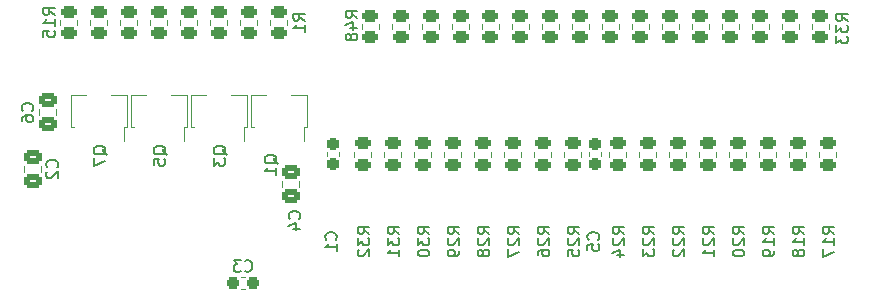
<source format=gbo>
%TF.GenerationSoftware,KiCad,Pcbnew,7.0.1-3b83917a11~172~ubuntu22.10.1*%
%TF.CreationDate,2023-10-02T08:25:50+02:00*%
%TF.ProjectId,hall_sensor_matrix_v2,68616c6c-5f73-4656-9e73-6f725f6d6174,revA*%
%TF.SameCoordinates,Original*%
%TF.FileFunction,Legend,Bot*%
%TF.FilePolarity,Positive*%
%FSLAX46Y46*%
G04 Gerber Fmt 4.6, Leading zero omitted, Abs format (unit mm)*
G04 Created by KiCad (PCBNEW 7.0.1-3b83917a11~172~ubuntu22.10.1) date 2023-10-02 08:25:50*
%MOMM*%
%LPD*%
G01*
G04 APERTURE LIST*
G04 Aperture macros list*
%AMRoundRect*
0 Rectangle with rounded corners*
0 $1 Rounding radius*
0 $2 $3 $4 $5 $6 $7 $8 $9 X,Y pos of 4 corners*
0 Add a 4 corners polygon primitive as box body*
4,1,4,$2,$3,$4,$5,$6,$7,$8,$9,$2,$3,0*
0 Add four circle primitives for the rounded corners*
1,1,$1+$1,$2,$3*
1,1,$1+$1,$4,$5*
1,1,$1+$1,$6,$7*
1,1,$1+$1,$8,$9*
0 Add four rect primitives between the rounded corners*
20,1,$1+$1,$2,$3,$4,$5,0*
20,1,$1+$1,$4,$5,$6,$7,0*
20,1,$1+$1,$6,$7,$8,$9,0*
20,1,$1+$1,$8,$9,$2,$3,0*%
%AMFreePoly0*
4,1,9,3.862500,-0.866500,0.737500,-0.866500,0.737500,-0.450000,-0.737500,-0.450000,-0.737500,0.450000,0.737500,0.450000,0.737500,0.866500,3.862500,0.866500,3.862500,-0.866500,3.862500,-0.866500,$1*%
G04 Aperture macros list end*
%ADD10C,0.150000*%
%ADD11C,0.120000*%
%ADD12C,3.200000*%
%ADD13R,1.600000X2.400000*%
%ADD14O,1.600000X2.400000*%
%ADD15R,1.700000X1.700000*%
%ADD16O,1.700000X1.700000*%
%ADD17RoundRect,0.237500X0.237500X-0.300000X0.237500X0.300000X-0.237500X0.300000X-0.237500X-0.300000X0*%
%ADD18RoundRect,0.250000X0.450000X-0.262500X0.450000X0.262500X-0.450000X0.262500X-0.450000X-0.262500X0*%
%ADD19RoundRect,0.250000X-0.450000X0.262500X-0.450000X-0.262500X0.450000X-0.262500X0.450000X0.262500X0*%
%ADD20RoundRect,0.250000X0.475000X-0.337500X0.475000X0.337500X-0.475000X0.337500X-0.475000X-0.337500X0*%
%ADD21R,0.900000X1.300000*%
%ADD22FreePoly0,90.000000*%
%ADD23RoundRect,0.237500X0.300000X0.237500X-0.300000X0.237500X-0.300000X-0.237500X0.300000X-0.237500X0*%
G04 APERTURE END LIST*
D10*
%TO.C,C1*%
X70630380Y-80164333D02*
X70678000Y-80116714D01*
X70678000Y-80116714D02*
X70725619Y-79973857D01*
X70725619Y-79973857D02*
X70725619Y-79878619D01*
X70725619Y-79878619D02*
X70678000Y-79735762D01*
X70678000Y-79735762D02*
X70582761Y-79640524D01*
X70582761Y-79640524D02*
X70487523Y-79592905D01*
X70487523Y-79592905D02*
X70297047Y-79545286D01*
X70297047Y-79545286D02*
X70154190Y-79545286D01*
X70154190Y-79545286D02*
X69963714Y-79592905D01*
X69963714Y-79592905D02*
X69868476Y-79640524D01*
X69868476Y-79640524D02*
X69773238Y-79735762D01*
X69773238Y-79735762D02*
X69725619Y-79878619D01*
X69725619Y-79878619D02*
X69725619Y-79973857D01*
X69725619Y-79973857D02*
X69773238Y-80116714D01*
X69773238Y-80116714D02*
X69820857Y-80164333D01*
X70725619Y-81116714D02*
X70725619Y-80545286D01*
X70725619Y-80831000D02*
X69725619Y-80831000D01*
X69725619Y-80831000D02*
X69868476Y-80735762D01*
X69868476Y-80735762D02*
X69963714Y-80640524D01*
X69963714Y-80640524D02*
X70011333Y-80545286D01*
%TO.C,R20*%
X105235619Y-79688142D02*
X104759428Y-79354809D01*
X105235619Y-79116714D02*
X104235619Y-79116714D01*
X104235619Y-79116714D02*
X104235619Y-79497666D01*
X104235619Y-79497666D02*
X104283238Y-79592904D01*
X104283238Y-79592904D02*
X104330857Y-79640523D01*
X104330857Y-79640523D02*
X104426095Y-79688142D01*
X104426095Y-79688142D02*
X104568952Y-79688142D01*
X104568952Y-79688142D02*
X104664190Y-79640523D01*
X104664190Y-79640523D02*
X104711809Y-79592904D01*
X104711809Y-79592904D02*
X104759428Y-79497666D01*
X104759428Y-79497666D02*
X104759428Y-79116714D01*
X104330857Y-80069095D02*
X104283238Y-80116714D01*
X104283238Y-80116714D02*
X104235619Y-80211952D01*
X104235619Y-80211952D02*
X104235619Y-80450047D01*
X104235619Y-80450047D02*
X104283238Y-80545285D01*
X104283238Y-80545285D02*
X104330857Y-80592904D01*
X104330857Y-80592904D02*
X104426095Y-80640523D01*
X104426095Y-80640523D02*
X104521333Y-80640523D01*
X104521333Y-80640523D02*
X104664190Y-80592904D01*
X104664190Y-80592904D02*
X105235619Y-80021476D01*
X105235619Y-80021476D02*
X105235619Y-80640523D01*
X104235619Y-81259571D02*
X104235619Y-81354809D01*
X104235619Y-81354809D02*
X104283238Y-81450047D01*
X104283238Y-81450047D02*
X104330857Y-81497666D01*
X104330857Y-81497666D02*
X104426095Y-81545285D01*
X104426095Y-81545285D02*
X104616571Y-81592904D01*
X104616571Y-81592904D02*
X104854666Y-81592904D01*
X104854666Y-81592904D02*
X105045142Y-81545285D01*
X105045142Y-81545285D02*
X105140380Y-81497666D01*
X105140380Y-81497666D02*
X105188000Y-81450047D01*
X105188000Y-81450047D02*
X105235619Y-81354809D01*
X105235619Y-81354809D02*
X105235619Y-81259571D01*
X105235619Y-81259571D02*
X105188000Y-81164333D01*
X105188000Y-81164333D02*
X105140380Y-81116714D01*
X105140380Y-81116714D02*
X105045142Y-81069095D01*
X105045142Y-81069095D02*
X104854666Y-81021476D01*
X104854666Y-81021476D02*
X104616571Y-81021476D01*
X104616571Y-81021476D02*
X104426095Y-81069095D01*
X104426095Y-81069095D02*
X104330857Y-81116714D01*
X104330857Y-81116714D02*
X104283238Y-81164333D01*
X104283238Y-81164333D02*
X104235619Y-81259571D01*
%TO.C,C2*%
X47032380Y-74039333D02*
X47080000Y-73991714D01*
X47080000Y-73991714D02*
X47127619Y-73848857D01*
X47127619Y-73848857D02*
X47127619Y-73753619D01*
X47127619Y-73753619D02*
X47080000Y-73610762D01*
X47080000Y-73610762D02*
X46984761Y-73515524D01*
X46984761Y-73515524D02*
X46889523Y-73467905D01*
X46889523Y-73467905D02*
X46699047Y-73420286D01*
X46699047Y-73420286D02*
X46556190Y-73420286D01*
X46556190Y-73420286D02*
X46365714Y-73467905D01*
X46365714Y-73467905D02*
X46270476Y-73515524D01*
X46270476Y-73515524D02*
X46175238Y-73610762D01*
X46175238Y-73610762D02*
X46127619Y-73753619D01*
X46127619Y-73753619D02*
X46127619Y-73848857D01*
X46127619Y-73848857D02*
X46175238Y-73991714D01*
X46175238Y-73991714D02*
X46222857Y-74039333D01*
X46222857Y-74420286D02*
X46175238Y-74467905D01*
X46175238Y-74467905D02*
X46127619Y-74563143D01*
X46127619Y-74563143D02*
X46127619Y-74801238D01*
X46127619Y-74801238D02*
X46175238Y-74896476D01*
X46175238Y-74896476D02*
X46222857Y-74944095D01*
X46222857Y-74944095D02*
X46318095Y-74991714D01*
X46318095Y-74991714D02*
X46413333Y-74991714D01*
X46413333Y-74991714D02*
X46556190Y-74944095D01*
X46556190Y-74944095D02*
X47127619Y-74372667D01*
X47127619Y-74372667D02*
X47127619Y-74991714D01*
%TO.C,R29*%
X81105619Y-79688142D02*
X80629428Y-79354809D01*
X81105619Y-79116714D02*
X80105619Y-79116714D01*
X80105619Y-79116714D02*
X80105619Y-79497666D01*
X80105619Y-79497666D02*
X80153238Y-79592904D01*
X80153238Y-79592904D02*
X80200857Y-79640523D01*
X80200857Y-79640523D02*
X80296095Y-79688142D01*
X80296095Y-79688142D02*
X80438952Y-79688142D01*
X80438952Y-79688142D02*
X80534190Y-79640523D01*
X80534190Y-79640523D02*
X80581809Y-79592904D01*
X80581809Y-79592904D02*
X80629428Y-79497666D01*
X80629428Y-79497666D02*
X80629428Y-79116714D01*
X80200857Y-80069095D02*
X80153238Y-80116714D01*
X80153238Y-80116714D02*
X80105619Y-80211952D01*
X80105619Y-80211952D02*
X80105619Y-80450047D01*
X80105619Y-80450047D02*
X80153238Y-80545285D01*
X80153238Y-80545285D02*
X80200857Y-80592904D01*
X80200857Y-80592904D02*
X80296095Y-80640523D01*
X80296095Y-80640523D02*
X80391333Y-80640523D01*
X80391333Y-80640523D02*
X80534190Y-80592904D01*
X80534190Y-80592904D02*
X81105619Y-80021476D01*
X81105619Y-80021476D02*
X81105619Y-80640523D01*
X81105619Y-81116714D02*
X81105619Y-81307190D01*
X81105619Y-81307190D02*
X81058000Y-81402428D01*
X81058000Y-81402428D02*
X81010380Y-81450047D01*
X81010380Y-81450047D02*
X80867523Y-81545285D01*
X80867523Y-81545285D02*
X80677047Y-81592904D01*
X80677047Y-81592904D02*
X80296095Y-81592904D01*
X80296095Y-81592904D02*
X80200857Y-81545285D01*
X80200857Y-81545285D02*
X80153238Y-81497666D01*
X80153238Y-81497666D02*
X80105619Y-81402428D01*
X80105619Y-81402428D02*
X80105619Y-81211952D01*
X80105619Y-81211952D02*
X80153238Y-81116714D01*
X80153238Y-81116714D02*
X80200857Y-81069095D01*
X80200857Y-81069095D02*
X80296095Y-81021476D01*
X80296095Y-81021476D02*
X80534190Y-81021476D01*
X80534190Y-81021476D02*
X80629428Y-81069095D01*
X80629428Y-81069095D02*
X80677047Y-81116714D01*
X80677047Y-81116714D02*
X80724666Y-81211952D01*
X80724666Y-81211952D02*
X80724666Y-81402428D01*
X80724666Y-81402428D02*
X80677047Y-81497666D01*
X80677047Y-81497666D02*
X80629428Y-81545285D01*
X80629428Y-81545285D02*
X80534190Y-81592904D01*
%TO.C,R48*%
X72469619Y-61400142D02*
X71993428Y-61066809D01*
X72469619Y-60828714D02*
X71469619Y-60828714D01*
X71469619Y-60828714D02*
X71469619Y-61209666D01*
X71469619Y-61209666D02*
X71517238Y-61304904D01*
X71517238Y-61304904D02*
X71564857Y-61352523D01*
X71564857Y-61352523D02*
X71660095Y-61400142D01*
X71660095Y-61400142D02*
X71802952Y-61400142D01*
X71802952Y-61400142D02*
X71898190Y-61352523D01*
X71898190Y-61352523D02*
X71945809Y-61304904D01*
X71945809Y-61304904D02*
X71993428Y-61209666D01*
X71993428Y-61209666D02*
X71993428Y-60828714D01*
X71802952Y-62257285D02*
X72469619Y-62257285D01*
X71422000Y-62019190D02*
X72136285Y-61781095D01*
X72136285Y-61781095D02*
X72136285Y-62400142D01*
X71898190Y-62923952D02*
X71850571Y-62828714D01*
X71850571Y-62828714D02*
X71802952Y-62781095D01*
X71802952Y-62781095D02*
X71707714Y-62733476D01*
X71707714Y-62733476D02*
X71660095Y-62733476D01*
X71660095Y-62733476D02*
X71564857Y-62781095D01*
X71564857Y-62781095D02*
X71517238Y-62828714D01*
X71517238Y-62828714D02*
X71469619Y-62923952D01*
X71469619Y-62923952D02*
X71469619Y-63114428D01*
X71469619Y-63114428D02*
X71517238Y-63209666D01*
X71517238Y-63209666D02*
X71564857Y-63257285D01*
X71564857Y-63257285D02*
X71660095Y-63304904D01*
X71660095Y-63304904D02*
X71707714Y-63304904D01*
X71707714Y-63304904D02*
X71802952Y-63257285D01*
X71802952Y-63257285D02*
X71850571Y-63209666D01*
X71850571Y-63209666D02*
X71898190Y-63114428D01*
X71898190Y-63114428D02*
X71898190Y-62923952D01*
X71898190Y-62923952D02*
X71945809Y-62828714D01*
X71945809Y-62828714D02*
X71993428Y-62781095D01*
X71993428Y-62781095D02*
X72088666Y-62733476D01*
X72088666Y-62733476D02*
X72279142Y-62733476D01*
X72279142Y-62733476D02*
X72374380Y-62781095D01*
X72374380Y-62781095D02*
X72422000Y-62828714D01*
X72422000Y-62828714D02*
X72469619Y-62923952D01*
X72469619Y-62923952D02*
X72469619Y-63114428D01*
X72469619Y-63114428D02*
X72422000Y-63209666D01*
X72422000Y-63209666D02*
X72374380Y-63257285D01*
X72374380Y-63257285D02*
X72279142Y-63304904D01*
X72279142Y-63304904D02*
X72088666Y-63304904D01*
X72088666Y-63304904D02*
X71993428Y-63257285D01*
X71993428Y-63257285D02*
X71945809Y-63209666D01*
X71945809Y-63209666D02*
X71898190Y-63114428D01*
%TO.C,R33*%
X113998619Y-61654142D02*
X113522428Y-61320809D01*
X113998619Y-61082714D02*
X112998619Y-61082714D01*
X112998619Y-61082714D02*
X112998619Y-61463666D01*
X112998619Y-61463666D02*
X113046238Y-61558904D01*
X113046238Y-61558904D02*
X113093857Y-61606523D01*
X113093857Y-61606523D02*
X113189095Y-61654142D01*
X113189095Y-61654142D02*
X113331952Y-61654142D01*
X113331952Y-61654142D02*
X113427190Y-61606523D01*
X113427190Y-61606523D02*
X113474809Y-61558904D01*
X113474809Y-61558904D02*
X113522428Y-61463666D01*
X113522428Y-61463666D02*
X113522428Y-61082714D01*
X112998619Y-61987476D02*
X112998619Y-62606523D01*
X112998619Y-62606523D02*
X113379571Y-62273190D01*
X113379571Y-62273190D02*
X113379571Y-62416047D01*
X113379571Y-62416047D02*
X113427190Y-62511285D01*
X113427190Y-62511285D02*
X113474809Y-62558904D01*
X113474809Y-62558904D02*
X113570047Y-62606523D01*
X113570047Y-62606523D02*
X113808142Y-62606523D01*
X113808142Y-62606523D02*
X113903380Y-62558904D01*
X113903380Y-62558904D02*
X113951000Y-62511285D01*
X113951000Y-62511285D02*
X113998619Y-62416047D01*
X113998619Y-62416047D02*
X113998619Y-62130333D01*
X113998619Y-62130333D02*
X113951000Y-62035095D01*
X113951000Y-62035095D02*
X113903380Y-61987476D01*
X112998619Y-62939857D02*
X112998619Y-63558904D01*
X112998619Y-63558904D02*
X113379571Y-63225571D01*
X113379571Y-63225571D02*
X113379571Y-63368428D01*
X113379571Y-63368428D02*
X113427190Y-63463666D01*
X113427190Y-63463666D02*
X113474809Y-63511285D01*
X113474809Y-63511285D02*
X113570047Y-63558904D01*
X113570047Y-63558904D02*
X113808142Y-63558904D01*
X113808142Y-63558904D02*
X113903380Y-63511285D01*
X113903380Y-63511285D02*
X113951000Y-63463666D01*
X113951000Y-63463666D02*
X113998619Y-63368428D01*
X113998619Y-63368428D02*
X113998619Y-63082714D01*
X113998619Y-63082714D02*
X113951000Y-62987476D01*
X113951000Y-62987476D02*
X113903380Y-62939857D01*
%TO.C,R18*%
X110315619Y-79688142D02*
X109839428Y-79354809D01*
X110315619Y-79116714D02*
X109315619Y-79116714D01*
X109315619Y-79116714D02*
X109315619Y-79497666D01*
X109315619Y-79497666D02*
X109363238Y-79592904D01*
X109363238Y-79592904D02*
X109410857Y-79640523D01*
X109410857Y-79640523D02*
X109506095Y-79688142D01*
X109506095Y-79688142D02*
X109648952Y-79688142D01*
X109648952Y-79688142D02*
X109744190Y-79640523D01*
X109744190Y-79640523D02*
X109791809Y-79592904D01*
X109791809Y-79592904D02*
X109839428Y-79497666D01*
X109839428Y-79497666D02*
X109839428Y-79116714D01*
X110315619Y-80640523D02*
X110315619Y-80069095D01*
X110315619Y-80354809D02*
X109315619Y-80354809D01*
X109315619Y-80354809D02*
X109458476Y-80259571D01*
X109458476Y-80259571D02*
X109553714Y-80164333D01*
X109553714Y-80164333D02*
X109601333Y-80069095D01*
X109744190Y-81211952D02*
X109696571Y-81116714D01*
X109696571Y-81116714D02*
X109648952Y-81069095D01*
X109648952Y-81069095D02*
X109553714Y-81021476D01*
X109553714Y-81021476D02*
X109506095Y-81021476D01*
X109506095Y-81021476D02*
X109410857Y-81069095D01*
X109410857Y-81069095D02*
X109363238Y-81116714D01*
X109363238Y-81116714D02*
X109315619Y-81211952D01*
X109315619Y-81211952D02*
X109315619Y-81402428D01*
X109315619Y-81402428D02*
X109363238Y-81497666D01*
X109363238Y-81497666D02*
X109410857Y-81545285D01*
X109410857Y-81545285D02*
X109506095Y-81592904D01*
X109506095Y-81592904D02*
X109553714Y-81592904D01*
X109553714Y-81592904D02*
X109648952Y-81545285D01*
X109648952Y-81545285D02*
X109696571Y-81497666D01*
X109696571Y-81497666D02*
X109744190Y-81402428D01*
X109744190Y-81402428D02*
X109744190Y-81211952D01*
X109744190Y-81211952D02*
X109791809Y-81116714D01*
X109791809Y-81116714D02*
X109839428Y-81069095D01*
X109839428Y-81069095D02*
X109934666Y-81021476D01*
X109934666Y-81021476D02*
X110125142Y-81021476D01*
X110125142Y-81021476D02*
X110220380Y-81069095D01*
X110220380Y-81069095D02*
X110268000Y-81116714D01*
X110268000Y-81116714D02*
X110315619Y-81211952D01*
X110315619Y-81211952D02*
X110315619Y-81402428D01*
X110315619Y-81402428D02*
X110268000Y-81497666D01*
X110268000Y-81497666D02*
X110220380Y-81545285D01*
X110220380Y-81545285D02*
X110125142Y-81592904D01*
X110125142Y-81592904D02*
X109934666Y-81592904D01*
X109934666Y-81592904D02*
X109839428Y-81545285D01*
X109839428Y-81545285D02*
X109791809Y-81497666D01*
X109791809Y-81497666D02*
X109744190Y-81402428D01*
%TO.C,R24*%
X95075619Y-79688142D02*
X94599428Y-79354809D01*
X95075619Y-79116714D02*
X94075619Y-79116714D01*
X94075619Y-79116714D02*
X94075619Y-79497666D01*
X94075619Y-79497666D02*
X94123238Y-79592904D01*
X94123238Y-79592904D02*
X94170857Y-79640523D01*
X94170857Y-79640523D02*
X94266095Y-79688142D01*
X94266095Y-79688142D02*
X94408952Y-79688142D01*
X94408952Y-79688142D02*
X94504190Y-79640523D01*
X94504190Y-79640523D02*
X94551809Y-79592904D01*
X94551809Y-79592904D02*
X94599428Y-79497666D01*
X94599428Y-79497666D02*
X94599428Y-79116714D01*
X94170857Y-80069095D02*
X94123238Y-80116714D01*
X94123238Y-80116714D02*
X94075619Y-80211952D01*
X94075619Y-80211952D02*
X94075619Y-80450047D01*
X94075619Y-80450047D02*
X94123238Y-80545285D01*
X94123238Y-80545285D02*
X94170857Y-80592904D01*
X94170857Y-80592904D02*
X94266095Y-80640523D01*
X94266095Y-80640523D02*
X94361333Y-80640523D01*
X94361333Y-80640523D02*
X94504190Y-80592904D01*
X94504190Y-80592904D02*
X95075619Y-80021476D01*
X95075619Y-80021476D02*
X95075619Y-80640523D01*
X94408952Y-81497666D02*
X95075619Y-81497666D01*
X94028000Y-81259571D02*
X94742285Y-81021476D01*
X94742285Y-81021476D02*
X94742285Y-81640523D01*
%TO.C,R22*%
X100155619Y-79688142D02*
X99679428Y-79354809D01*
X100155619Y-79116714D02*
X99155619Y-79116714D01*
X99155619Y-79116714D02*
X99155619Y-79497666D01*
X99155619Y-79497666D02*
X99203238Y-79592904D01*
X99203238Y-79592904D02*
X99250857Y-79640523D01*
X99250857Y-79640523D02*
X99346095Y-79688142D01*
X99346095Y-79688142D02*
X99488952Y-79688142D01*
X99488952Y-79688142D02*
X99584190Y-79640523D01*
X99584190Y-79640523D02*
X99631809Y-79592904D01*
X99631809Y-79592904D02*
X99679428Y-79497666D01*
X99679428Y-79497666D02*
X99679428Y-79116714D01*
X99250857Y-80069095D02*
X99203238Y-80116714D01*
X99203238Y-80116714D02*
X99155619Y-80211952D01*
X99155619Y-80211952D02*
X99155619Y-80450047D01*
X99155619Y-80450047D02*
X99203238Y-80545285D01*
X99203238Y-80545285D02*
X99250857Y-80592904D01*
X99250857Y-80592904D02*
X99346095Y-80640523D01*
X99346095Y-80640523D02*
X99441333Y-80640523D01*
X99441333Y-80640523D02*
X99584190Y-80592904D01*
X99584190Y-80592904D02*
X100155619Y-80021476D01*
X100155619Y-80021476D02*
X100155619Y-80640523D01*
X99250857Y-81021476D02*
X99203238Y-81069095D01*
X99203238Y-81069095D02*
X99155619Y-81164333D01*
X99155619Y-81164333D02*
X99155619Y-81402428D01*
X99155619Y-81402428D02*
X99203238Y-81497666D01*
X99203238Y-81497666D02*
X99250857Y-81545285D01*
X99250857Y-81545285D02*
X99346095Y-81592904D01*
X99346095Y-81592904D02*
X99441333Y-81592904D01*
X99441333Y-81592904D02*
X99584190Y-81545285D01*
X99584190Y-81545285D02*
X100155619Y-80973857D01*
X100155619Y-80973857D02*
X100155619Y-81592904D01*
%TO.C,C5*%
X92855380Y-80164333D02*
X92903000Y-80116714D01*
X92903000Y-80116714D02*
X92950619Y-79973857D01*
X92950619Y-79973857D02*
X92950619Y-79878619D01*
X92950619Y-79878619D02*
X92903000Y-79735762D01*
X92903000Y-79735762D02*
X92807761Y-79640524D01*
X92807761Y-79640524D02*
X92712523Y-79592905D01*
X92712523Y-79592905D02*
X92522047Y-79545286D01*
X92522047Y-79545286D02*
X92379190Y-79545286D01*
X92379190Y-79545286D02*
X92188714Y-79592905D01*
X92188714Y-79592905D02*
X92093476Y-79640524D01*
X92093476Y-79640524D02*
X91998238Y-79735762D01*
X91998238Y-79735762D02*
X91950619Y-79878619D01*
X91950619Y-79878619D02*
X91950619Y-79973857D01*
X91950619Y-79973857D02*
X91998238Y-80116714D01*
X91998238Y-80116714D02*
X92045857Y-80164333D01*
X91950619Y-81069095D02*
X91950619Y-80592905D01*
X91950619Y-80592905D02*
X92426809Y-80545286D01*
X92426809Y-80545286D02*
X92379190Y-80592905D01*
X92379190Y-80592905D02*
X92331571Y-80688143D01*
X92331571Y-80688143D02*
X92331571Y-80926238D01*
X92331571Y-80926238D02*
X92379190Y-81021476D01*
X92379190Y-81021476D02*
X92426809Y-81069095D01*
X92426809Y-81069095D02*
X92522047Y-81116714D01*
X92522047Y-81116714D02*
X92760142Y-81116714D01*
X92760142Y-81116714D02*
X92855380Y-81069095D01*
X92855380Y-81069095D02*
X92903000Y-81021476D01*
X92903000Y-81021476D02*
X92950619Y-80926238D01*
X92950619Y-80926238D02*
X92950619Y-80688143D01*
X92950619Y-80688143D02*
X92903000Y-80592905D01*
X92903000Y-80592905D02*
X92855380Y-80545286D01*
%TO.C,R25*%
X91265619Y-79688142D02*
X90789428Y-79354809D01*
X91265619Y-79116714D02*
X90265619Y-79116714D01*
X90265619Y-79116714D02*
X90265619Y-79497666D01*
X90265619Y-79497666D02*
X90313238Y-79592904D01*
X90313238Y-79592904D02*
X90360857Y-79640523D01*
X90360857Y-79640523D02*
X90456095Y-79688142D01*
X90456095Y-79688142D02*
X90598952Y-79688142D01*
X90598952Y-79688142D02*
X90694190Y-79640523D01*
X90694190Y-79640523D02*
X90741809Y-79592904D01*
X90741809Y-79592904D02*
X90789428Y-79497666D01*
X90789428Y-79497666D02*
X90789428Y-79116714D01*
X90360857Y-80069095D02*
X90313238Y-80116714D01*
X90313238Y-80116714D02*
X90265619Y-80211952D01*
X90265619Y-80211952D02*
X90265619Y-80450047D01*
X90265619Y-80450047D02*
X90313238Y-80545285D01*
X90313238Y-80545285D02*
X90360857Y-80592904D01*
X90360857Y-80592904D02*
X90456095Y-80640523D01*
X90456095Y-80640523D02*
X90551333Y-80640523D01*
X90551333Y-80640523D02*
X90694190Y-80592904D01*
X90694190Y-80592904D02*
X91265619Y-80021476D01*
X91265619Y-80021476D02*
X91265619Y-80640523D01*
X90265619Y-81545285D02*
X90265619Y-81069095D01*
X90265619Y-81069095D02*
X90741809Y-81021476D01*
X90741809Y-81021476D02*
X90694190Y-81069095D01*
X90694190Y-81069095D02*
X90646571Y-81164333D01*
X90646571Y-81164333D02*
X90646571Y-81402428D01*
X90646571Y-81402428D02*
X90694190Y-81497666D01*
X90694190Y-81497666D02*
X90741809Y-81545285D01*
X90741809Y-81545285D02*
X90837047Y-81592904D01*
X90837047Y-81592904D02*
X91075142Y-81592904D01*
X91075142Y-81592904D02*
X91170380Y-81545285D01*
X91170380Y-81545285D02*
X91218000Y-81497666D01*
X91218000Y-81497666D02*
X91265619Y-81402428D01*
X91265619Y-81402428D02*
X91265619Y-81164333D01*
X91265619Y-81164333D02*
X91218000Y-81069095D01*
X91218000Y-81069095D02*
X91170380Y-81021476D01*
%TO.C,R32*%
X73485619Y-79688142D02*
X73009428Y-79354809D01*
X73485619Y-79116714D02*
X72485619Y-79116714D01*
X72485619Y-79116714D02*
X72485619Y-79497666D01*
X72485619Y-79497666D02*
X72533238Y-79592904D01*
X72533238Y-79592904D02*
X72580857Y-79640523D01*
X72580857Y-79640523D02*
X72676095Y-79688142D01*
X72676095Y-79688142D02*
X72818952Y-79688142D01*
X72818952Y-79688142D02*
X72914190Y-79640523D01*
X72914190Y-79640523D02*
X72961809Y-79592904D01*
X72961809Y-79592904D02*
X73009428Y-79497666D01*
X73009428Y-79497666D02*
X73009428Y-79116714D01*
X72485619Y-80021476D02*
X72485619Y-80640523D01*
X72485619Y-80640523D02*
X72866571Y-80307190D01*
X72866571Y-80307190D02*
X72866571Y-80450047D01*
X72866571Y-80450047D02*
X72914190Y-80545285D01*
X72914190Y-80545285D02*
X72961809Y-80592904D01*
X72961809Y-80592904D02*
X73057047Y-80640523D01*
X73057047Y-80640523D02*
X73295142Y-80640523D01*
X73295142Y-80640523D02*
X73390380Y-80592904D01*
X73390380Y-80592904D02*
X73438000Y-80545285D01*
X73438000Y-80545285D02*
X73485619Y-80450047D01*
X73485619Y-80450047D02*
X73485619Y-80164333D01*
X73485619Y-80164333D02*
X73438000Y-80069095D01*
X73438000Y-80069095D02*
X73390380Y-80021476D01*
X72580857Y-81021476D02*
X72533238Y-81069095D01*
X72533238Y-81069095D02*
X72485619Y-81164333D01*
X72485619Y-81164333D02*
X72485619Y-81402428D01*
X72485619Y-81402428D02*
X72533238Y-81497666D01*
X72533238Y-81497666D02*
X72580857Y-81545285D01*
X72580857Y-81545285D02*
X72676095Y-81592904D01*
X72676095Y-81592904D02*
X72771333Y-81592904D01*
X72771333Y-81592904D02*
X72914190Y-81545285D01*
X72914190Y-81545285D02*
X73485619Y-80973857D01*
X73485619Y-80973857D02*
X73485619Y-81592904D01*
%TO.C,R23*%
X97615619Y-79688142D02*
X97139428Y-79354809D01*
X97615619Y-79116714D02*
X96615619Y-79116714D01*
X96615619Y-79116714D02*
X96615619Y-79497666D01*
X96615619Y-79497666D02*
X96663238Y-79592904D01*
X96663238Y-79592904D02*
X96710857Y-79640523D01*
X96710857Y-79640523D02*
X96806095Y-79688142D01*
X96806095Y-79688142D02*
X96948952Y-79688142D01*
X96948952Y-79688142D02*
X97044190Y-79640523D01*
X97044190Y-79640523D02*
X97091809Y-79592904D01*
X97091809Y-79592904D02*
X97139428Y-79497666D01*
X97139428Y-79497666D02*
X97139428Y-79116714D01*
X96710857Y-80069095D02*
X96663238Y-80116714D01*
X96663238Y-80116714D02*
X96615619Y-80211952D01*
X96615619Y-80211952D02*
X96615619Y-80450047D01*
X96615619Y-80450047D02*
X96663238Y-80545285D01*
X96663238Y-80545285D02*
X96710857Y-80592904D01*
X96710857Y-80592904D02*
X96806095Y-80640523D01*
X96806095Y-80640523D02*
X96901333Y-80640523D01*
X96901333Y-80640523D02*
X97044190Y-80592904D01*
X97044190Y-80592904D02*
X97615619Y-80021476D01*
X97615619Y-80021476D02*
X97615619Y-80640523D01*
X96615619Y-80973857D02*
X96615619Y-81592904D01*
X96615619Y-81592904D02*
X96996571Y-81259571D01*
X96996571Y-81259571D02*
X96996571Y-81402428D01*
X96996571Y-81402428D02*
X97044190Y-81497666D01*
X97044190Y-81497666D02*
X97091809Y-81545285D01*
X97091809Y-81545285D02*
X97187047Y-81592904D01*
X97187047Y-81592904D02*
X97425142Y-81592904D01*
X97425142Y-81592904D02*
X97520380Y-81545285D01*
X97520380Y-81545285D02*
X97568000Y-81497666D01*
X97568000Y-81497666D02*
X97615619Y-81402428D01*
X97615619Y-81402428D02*
X97615619Y-81116714D01*
X97615619Y-81116714D02*
X97568000Y-81021476D01*
X97568000Y-81021476D02*
X97520380Y-80973857D01*
%TO.C,Q1*%
X65706857Y-73758761D02*
X65659238Y-73663523D01*
X65659238Y-73663523D02*
X65564000Y-73568285D01*
X65564000Y-73568285D02*
X65421142Y-73425428D01*
X65421142Y-73425428D02*
X65373523Y-73330190D01*
X65373523Y-73330190D02*
X65373523Y-73234952D01*
X65611619Y-73282571D02*
X65564000Y-73187333D01*
X65564000Y-73187333D02*
X65468761Y-73092095D01*
X65468761Y-73092095D02*
X65278285Y-73044476D01*
X65278285Y-73044476D02*
X64944952Y-73044476D01*
X64944952Y-73044476D02*
X64754476Y-73092095D01*
X64754476Y-73092095D02*
X64659238Y-73187333D01*
X64659238Y-73187333D02*
X64611619Y-73282571D01*
X64611619Y-73282571D02*
X64611619Y-73473047D01*
X64611619Y-73473047D02*
X64659238Y-73568285D01*
X64659238Y-73568285D02*
X64754476Y-73663523D01*
X64754476Y-73663523D02*
X64944952Y-73711142D01*
X64944952Y-73711142D02*
X65278285Y-73711142D01*
X65278285Y-73711142D02*
X65468761Y-73663523D01*
X65468761Y-73663523D02*
X65564000Y-73568285D01*
X65564000Y-73568285D02*
X65611619Y-73473047D01*
X65611619Y-73473047D02*
X65611619Y-73282571D01*
X65611619Y-74663523D02*
X65611619Y-74092095D01*
X65611619Y-74377809D02*
X64611619Y-74377809D01*
X64611619Y-74377809D02*
X64754476Y-74282571D01*
X64754476Y-74282571D02*
X64849714Y-74187333D01*
X64849714Y-74187333D02*
X64897333Y-74092095D01*
%TO.C,R19*%
X107775619Y-79688142D02*
X107299428Y-79354809D01*
X107775619Y-79116714D02*
X106775619Y-79116714D01*
X106775619Y-79116714D02*
X106775619Y-79497666D01*
X106775619Y-79497666D02*
X106823238Y-79592904D01*
X106823238Y-79592904D02*
X106870857Y-79640523D01*
X106870857Y-79640523D02*
X106966095Y-79688142D01*
X106966095Y-79688142D02*
X107108952Y-79688142D01*
X107108952Y-79688142D02*
X107204190Y-79640523D01*
X107204190Y-79640523D02*
X107251809Y-79592904D01*
X107251809Y-79592904D02*
X107299428Y-79497666D01*
X107299428Y-79497666D02*
X107299428Y-79116714D01*
X107775619Y-80640523D02*
X107775619Y-80069095D01*
X107775619Y-80354809D02*
X106775619Y-80354809D01*
X106775619Y-80354809D02*
X106918476Y-80259571D01*
X106918476Y-80259571D02*
X107013714Y-80164333D01*
X107013714Y-80164333D02*
X107061333Y-80069095D01*
X107775619Y-81116714D02*
X107775619Y-81307190D01*
X107775619Y-81307190D02*
X107728000Y-81402428D01*
X107728000Y-81402428D02*
X107680380Y-81450047D01*
X107680380Y-81450047D02*
X107537523Y-81545285D01*
X107537523Y-81545285D02*
X107347047Y-81592904D01*
X107347047Y-81592904D02*
X106966095Y-81592904D01*
X106966095Y-81592904D02*
X106870857Y-81545285D01*
X106870857Y-81545285D02*
X106823238Y-81497666D01*
X106823238Y-81497666D02*
X106775619Y-81402428D01*
X106775619Y-81402428D02*
X106775619Y-81211952D01*
X106775619Y-81211952D02*
X106823238Y-81116714D01*
X106823238Y-81116714D02*
X106870857Y-81069095D01*
X106870857Y-81069095D02*
X106966095Y-81021476D01*
X106966095Y-81021476D02*
X107204190Y-81021476D01*
X107204190Y-81021476D02*
X107299428Y-81069095D01*
X107299428Y-81069095D02*
X107347047Y-81116714D01*
X107347047Y-81116714D02*
X107394666Y-81211952D01*
X107394666Y-81211952D02*
X107394666Y-81402428D01*
X107394666Y-81402428D02*
X107347047Y-81497666D01*
X107347047Y-81497666D02*
X107299428Y-81545285D01*
X107299428Y-81545285D02*
X107204190Y-81592904D01*
%TO.C,Q3*%
X61388857Y-72996761D02*
X61341238Y-72901523D01*
X61341238Y-72901523D02*
X61246000Y-72806285D01*
X61246000Y-72806285D02*
X61103142Y-72663428D01*
X61103142Y-72663428D02*
X61055523Y-72568190D01*
X61055523Y-72568190D02*
X61055523Y-72472952D01*
X61293619Y-72520571D02*
X61246000Y-72425333D01*
X61246000Y-72425333D02*
X61150761Y-72330095D01*
X61150761Y-72330095D02*
X60960285Y-72282476D01*
X60960285Y-72282476D02*
X60626952Y-72282476D01*
X60626952Y-72282476D02*
X60436476Y-72330095D01*
X60436476Y-72330095D02*
X60341238Y-72425333D01*
X60341238Y-72425333D02*
X60293619Y-72520571D01*
X60293619Y-72520571D02*
X60293619Y-72711047D01*
X60293619Y-72711047D02*
X60341238Y-72806285D01*
X60341238Y-72806285D02*
X60436476Y-72901523D01*
X60436476Y-72901523D02*
X60626952Y-72949142D01*
X60626952Y-72949142D02*
X60960285Y-72949142D01*
X60960285Y-72949142D02*
X61150761Y-72901523D01*
X61150761Y-72901523D02*
X61246000Y-72806285D01*
X61246000Y-72806285D02*
X61293619Y-72711047D01*
X61293619Y-72711047D02*
X61293619Y-72520571D01*
X60293619Y-73282476D02*
X60293619Y-73901523D01*
X60293619Y-73901523D02*
X60674571Y-73568190D01*
X60674571Y-73568190D02*
X60674571Y-73711047D01*
X60674571Y-73711047D02*
X60722190Y-73806285D01*
X60722190Y-73806285D02*
X60769809Y-73853904D01*
X60769809Y-73853904D02*
X60865047Y-73901523D01*
X60865047Y-73901523D02*
X61103142Y-73901523D01*
X61103142Y-73901523D02*
X61198380Y-73853904D01*
X61198380Y-73853904D02*
X61246000Y-73806285D01*
X61246000Y-73806285D02*
X61293619Y-73711047D01*
X61293619Y-73711047D02*
X61293619Y-73425333D01*
X61293619Y-73425333D02*
X61246000Y-73330095D01*
X61246000Y-73330095D02*
X61198380Y-73282476D01*
%TO.C,R27*%
X86185619Y-79688142D02*
X85709428Y-79354809D01*
X86185619Y-79116714D02*
X85185619Y-79116714D01*
X85185619Y-79116714D02*
X85185619Y-79497666D01*
X85185619Y-79497666D02*
X85233238Y-79592904D01*
X85233238Y-79592904D02*
X85280857Y-79640523D01*
X85280857Y-79640523D02*
X85376095Y-79688142D01*
X85376095Y-79688142D02*
X85518952Y-79688142D01*
X85518952Y-79688142D02*
X85614190Y-79640523D01*
X85614190Y-79640523D02*
X85661809Y-79592904D01*
X85661809Y-79592904D02*
X85709428Y-79497666D01*
X85709428Y-79497666D02*
X85709428Y-79116714D01*
X85280857Y-80069095D02*
X85233238Y-80116714D01*
X85233238Y-80116714D02*
X85185619Y-80211952D01*
X85185619Y-80211952D02*
X85185619Y-80450047D01*
X85185619Y-80450047D02*
X85233238Y-80545285D01*
X85233238Y-80545285D02*
X85280857Y-80592904D01*
X85280857Y-80592904D02*
X85376095Y-80640523D01*
X85376095Y-80640523D02*
X85471333Y-80640523D01*
X85471333Y-80640523D02*
X85614190Y-80592904D01*
X85614190Y-80592904D02*
X86185619Y-80021476D01*
X86185619Y-80021476D02*
X86185619Y-80640523D01*
X85185619Y-80973857D02*
X85185619Y-81640523D01*
X85185619Y-81640523D02*
X86185619Y-81211952D01*
%TO.C,R31*%
X76025619Y-79688142D02*
X75549428Y-79354809D01*
X76025619Y-79116714D02*
X75025619Y-79116714D01*
X75025619Y-79116714D02*
X75025619Y-79497666D01*
X75025619Y-79497666D02*
X75073238Y-79592904D01*
X75073238Y-79592904D02*
X75120857Y-79640523D01*
X75120857Y-79640523D02*
X75216095Y-79688142D01*
X75216095Y-79688142D02*
X75358952Y-79688142D01*
X75358952Y-79688142D02*
X75454190Y-79640523D01*
X75454190Y-79640523D02*
X75501809Y-79592904D01*
X75501809Y-79592904D02*
X75549428Y-79497666D01*
X75549428Y-79497666D02*
X75549428Y-79116714D01*
X75025619Y-80021476D02*
X75025619Y-80640523D01*
X75025619Y-80640523D02*
X75406571Y-80307190D01*
X75406571Y-80307190D02*
X75406571Y-80450047D01*
X75406571Y-80450047D02*
X75454190Y-80545285D01*
X75454190Y-80545285D02*
X75501809Y-80592904D01*
X75501809Y-80592904D02*
X75597047Y-80640523D01*
X75597047Y-80640523D02*
X75835142Y-80640523D01*
X75835142Y-80640523D02*
X75930380Y-80592904D01*
X75930380Y-80592904D02*
X75978000Y-80545285D01*
X75978000Y-80545285D02*
X76025619Y-80450047D01*
X76025619Y-80450047D02*
X76025619Y-80164333D01*
X76025619Y-80164333D02*
X75978000Y-80069095D01*
X75978000Y-80069095D02*
X75930380Y-80021476D01*
X76025619Y-81592904D02*
X76025619Y-81021476D01*
X76025619Y-81307190D02*
X75025619Y-81307190D01*
X75025619Y-81307190D02*
X75168476Y-81211952D01*
X75168476Y-81211952D02*
X75263714Y-81116714D01*
X75263714Y-81116714D02*
X75311333Y-81021476D01*
%TO.C,C4*%
X67548380Y-78386333D02*
X67596000Y-78338714D01*
X67596000Y-78338714D02*
X67643619Y-78195857D01*
X67643619Y-78195857D02*
X67643619Y-78100619D01*
X67643619Y-78100619D02*
X67596000Y-77957762D01*
X67596000Y-77957762D02*
X67500761Y-77862524D01*
X67500761Y-77862524D02*
X67405523Y-77814905D01*
X67405523Y-77814905D02*
X67215047Y-77767286D01*
X67215047Y-77767286D02*
X67072190Y-77767286D01*
X67072190Y-77767286D02*
X66881714Y-77814905D01*
X66881714Y-77814905D02*
X66786476Y-77862524D01*
X66786476Y-77862524D02*
X66691238Y-77957762D01*
X66691238Y-77957762D02*
X66643619Y-78100619D01*
X66643619Y-78100619D02*
X66643619Y-78195857D01*
X66643619Y-78195857D02*
X66691238Y-78338714D01*
X66691238Y-78338714D02*
X66738857Y-78386333D01*
X66976952Y-79243476D02*
X67643619Y-79243476D01*
X66596000Y-79005381D02*
X67310285Y-78767286D01*
X67310285Y-78767286D02*
X67310285Y-79386333D01*
%TO.C,R17*%
X112855619Y-79688142D02*
X112379428Y-79354809D01*
X112855619Y-79116714D02*
X111855619Y-79116714D01*
X111855619Y-79116714D02*
X111855619Y-79497666D01*
X111855619Y-79497666D02*
X111903238Y-79592904D01*
X111903238Y-79592904D02*
X111950857Y-79640523D01*
X111950857Y-79640523D02*
X112046095Y-79688142D01*
X112046095Y-79688142D02*
X112188952Y-79688142D01*
X112188952Y-79688142D02*
X112284190Y-79640523D01*
X112284190Y-79640523D02*
X112331809Y-79592904D01*
X112331809Y-79592904D02*
X112379428Y-79497666D01*
X112379428Y-79497666D02*
X112379428Y-79116714D01*
X112855619Y-80640523D02*
X112855619Y-80069095D01*
X112855619Y-80354809D02*
X111855619Y-80354809D01*
X111855619Y-80354809D02*
X111998476Y-80259571D01*
X111998476Y-80259571D02*
X112093714Y-80164333D01*
X112093714Y-80164333D02*
X112141333Y-80069095D01*
X111855619Y-80973857D02*
X111855619Y-81640523D01*
X111855619Y-81640523D02*
X112855619Y-81211952D01*
%TO.C,R1*%
X68024619Y-61622333D02*
X67548428Y-61289000D01*
X68024619Y-61050905D02*
X67024619Y-61050905D01*
X67024619Y-61050905D02*
X67024619Y-61431857D01*
X67024619Y-61431857D02*
X67072238Y-61527095D01*
X67072238Y-61527095D02*
X67119857Y-61574714D01*
X67119857Y-61574714D02*
X67215095Y-61622333D01*
X67215095Y-61622333D02*
X67357952Y-61622333D01*
X67357952Y-61622333D02*
X67453190Y-61574714D01*
X67453190Y-61574714D02*
X67500809Y-61527095D01*
X67500809Y-61527095D02*
X67548428Y-61431857D01*
X67548428Y-61431857D02*
X67548428Y-61050905D01*
X68024619Y-62574714D02*
X68024619Y-62003286D01*
X68024619Y-62289000D02*
X67024619Y-62289000D01*
X67024619Y-62289000D02*
X67167476Y-62193762D01*
X67167476Y-62193762D02*
X67262714Y-62098524D01*
X67262714Y-62098524D02*
X67310333Y-62003286D01*
%TO.C,Q7*%
X51228857Y-72996761D02*
X51181238Y-72901523D01*
X51181238Y-72901523D02*
X51086000Y-72806285D01*
X51086000Y-72806285D02*
X50943142Y-72663428D01*
X50943142Y-72663428D02*
X50895523Y-72568190D01*
X50895523Y-72568190D02*
X50895523Y-72472952D01*
X51133619Y-72520571D02*
X51086000Y-72425333D01*
X51086000Y-72425333D02*
X50990761Y-72330095D01*
X50990761Y-72330095D02*
X50800285Y-72282476D01*
X50800285Y-72282476D02*
X50466952Y-72282476D01*
X50466952Y-72282476D02*
X50276476Y-72330095D01*
X50276476Y-72330095D02*
X50181238Y-72425333D01*
X50181238Y-72425333D02*
X50133619Y-72520571D01*
X50133619Y-72520571D02*
X50133619Y-72711047D01*
X50133619Y-72711047D02*
X50181238Y-72806285D01*
X50181238Y-72806285D02*
X50276476Y-72901523D01*
X50276476Y-72901523D02*
X50466952Y-72949142D01*
X50466952Y-72949142D02*
X50800285Y-72949142D01*
X50800285Y-72949142D02*
X50990761Y-72901523D01*
X50990761Y-72901523D02*
X51086000Y-72806285D01*
X51086000Y-72806285D02*
X51133619Y-72711047D01*
X51133619Y-72711047D02*
X51133619Y-72520571D01*
X50133619Y-73282476D02*
X50133619Y-73949142D01*
X50133619Y-73949142D02*
X51133619Y-73520571D01*
%TO.C,R30*%
X78565619Y-79688142D02*
X78089428Y-79354809D01*
X78565619Y-79116714D02*
X77565619Y-79116714D01*
X77565619Y-79116714D02*
X77565619Y-79497666D01*
X77565619Y-79497666D02*
X77613238Y-79592904D01*
X77613238Y-79592904D02*
X77660857Y-79640523D01*
X77660857Y-79640523D02*
X77756095Y-79688142D01*
X77756095Y-79688142D02*
X77898952Y-79688142D01*
X77898952Y-79688142D02*
X77994190Y-79640523D01*
X77994190Y-79640523D02*
X78041809Y-79592904D01*
X78041809Y-79592904D02*
X78089428Y-79497666D01*
X78089428Y-79497666D02*
X78089428Y-79116714D01*
X77565619Y-80021476D02*
X77565619Y-80640523D01*
X77565619Y-80640523D02*
X77946571Y-80307190D01*
X77946571Y-80307190D02*
X77946571Y-80450047D01*
X77946571Y-80450047D02*
X77994190Y-80545285D01*
X77994190Y-80545285D02*
X78041809Y-80592904D01*
X78041809Y-80592904D02*
X78137047Y-80640523D01*
X78137047Y-80640523D02*
X78375142Y-80640523D01*
X78375142Y-80640523D02*
X78470380Y-80592904D01*
X78470380Y-80592904D02*
X78518000Y-80545285D01*
X78518000Y-80545285D02*
X78565619Y-80450047D01*
X78565619Y-80450047D02*
X78565619Y-80164333D01*
X78565619Y-80164333D02*
X78518000Y-80069095D01*
X78518000Y-80069095D02*
X78470380Y-80021476D01*
X77565619Y-81259571D02*
X77565619Y-81354809D01*
X77565619Y-81354809D02*
X77613238Y-81450047D01*
X77613238Y-81450047D02*
X77660857Y-81497666D01*
X77660857Y-81497666D02*
X77756095Y-81545285D01*
X77756095Y-81545285D02*
X77946571Y-81592904D01*
X77946571Y-81592904D02*
X78184666Y-81592904D01*
X78184666Y-81592904D02*
X78375142Y-81545285D01*
X78375142Y-81545285D02*
X78470380Y-81497666D01*
X78470380Y-81497666D02*
X78518000Y-81450047D01*
X78518000Y-81450047D02*
X78565619Y-81354809D01*
X78565619Y-81354809D02*
X78565619Y-81259571D01*
X78565619Y-81259571D02*
X78518000Y-81164333D01*
X78518000Y-81164333D02*
X78470380Y-81116714D01*
X78470380Y-81116714D02*
X78375142Y-81069095D01*
X78375142Y-81069095D02*
X78184666Y-81021476D01*
X78184666Y-81021476D02*
X77946571Y-81021476D01*
X77946571Y-81021476D02*
X77756095Y-81069095D01*
X77756095Y-81069095D02*
X77660857Y-81116714D01*
X77660857Y-81116714D02*
X77613238Y-81164333D01*
X77613238Y-81164333D02*
X77565619Y-81259571D01*
%TO.C,R26*%
X88725619Y-79688142D02*
X88249428Y-79354809D01*
X88725619Y-79116714D02*
X87725619Y-79116714D01*
X87725619Y-79116714D02*
X87725619Y-79497666D01*
X87725619Y-79497666D02*
X87773238Y-79592904D01*
X87773238Y-79592904D02*
X87820857Y-79640523D01*
X87820857Y-79640523D02*
X87916095Y-79688142D01*
X87916095Y-79688142D02*
X88058952Y-79688142D01*
X88058952Y-79688142D02*
X88154190Y-79640523D01*
X88154190Y-79640523D02*
X88201809Y-79592904D01*
X88201809Y-79592904D02*
X88249428Y-79497666D01*
X88249428Y-79497666D02*
X88249428Y-79116714D01*
X87820857Y-80069095D02*
X87773238Y-80116714D01*
X87773238Y-80116714D02*
X87725619Y-80211952D01*
X87725619Y-80211952D02*
X87725619Y-80450047D01*
X87725619Y-80450047D02*
X87773238Y-80545285D01*
X87773238Y-80545285D02*
X87820857Y-80592904D01*
X87820857Y-80592904D02*
X87916095Y-80640523D01*
X87916095Y-80640523D02*
X88011333Y-80640523D01*
X88011333Y-80640523D02*
X88154190Y-80592904D01*
X88154190Y-80592904D02*
X88725619Y-80021476D01*
X88725619Y-80021476D02*
X88725619Y-80640523D01*
X87725619Y-81497666D02*
X87725619Y-81307190D01*
X87725619Y-81307190D02*
X87773238Y-81211952D01*
X87773238Y-81211952D02*
X87820857Y-81164333D01*
X87820857Y-81164333D02*
X87963714Y-81069095D01*
X87963714Y-81069095D02*
X88154190Y-81021476D01*
X88154190Y-81021476D02*
X88535142Y-81021476D01*
X88535142Y-81021476D02*
X88630380Y-81069095D01*
X88630380Y-81069095D02*
X88678000Y-81116714D01*
X88678000Y-81116714D02*
X88725619Y-81211952D01*
X88725619Y-81211952D02*
X88725619Y-81402428D01*
X88725619Y-81402428D02*
X88678000Y-81497666D01*
X88678000Y-81497666D02*
X88630380Y-81545285D01*
X88630380Y-81545285D02*
X88535142Y-81592904D01*
X88535142Y-81592904D02*
X88297047Y-81592904D01*
X88297047Y-81592904D02*
X88201809Y-81545285D01*
X88201809Y-81545285D02*
X88154190Y-81497666D01*
X88154190Y-81497666D02*
X88106571Y-81402428D01*
X88106571Y-81402428D02*
X88106571Y-81211952D01*
X88106571Y-81211952D02*
X88154190Y-81116714D01*
X88154190Y-81116714D02*
X88201809Y-81069095D01*
X88201809Y-81069095D02*
X88297047Y-81021476D01*
%TO.C,C6*%
X44942380Y-69242333D02*
X44990000Y-69194714D01*
X44990000Y-69194714D02*
X45037619Y-69051857D01*
X45037619Y-69051857D02*
X45037619Y-68956619D01*
X45037619Y-68956619D02*
X44990000Y-68813762D01*
X44990000Y-68813762D02*
X44894761Y-68718524D01*
X44894761Y-68718524D02*
X44799523Y-68670905D01*
X44799523Y-68670905D02*
X44609047Y-68623286D01*
X44609047Y-68623286D02*
X44466190Y-68623286D01*
X44466190Y-68623286D02*
X44275714Y-68670905D01*
X44275714Y-68670905D02*
X44180476Y-68718524D01*
X44180476Y-68718524D02*
X44085238Y-68813762D01*
X44085238Y-68813762D02*
X44037619Y-68956619D01*
X44037619Y-68956619D02*
X44037619Y-69051857D01*
X44037619Y-69051857D02*
X44085238Y-69194714D01*
X44085238Y-69194714D02*
X44132857Y-69242333D01*
X44037619Y-70099476D02*
X44037619Y-69909000D01*
X44037619Y-69909000D02*
X44085238Y-69813762D01*
X44085238Y-69813762D02*
X44132857Y-69766143D01*
X44132857Y-69766143D02*
X44275714Y-69670905D01*
X44275714Y-69670905D02*
X44466190Y-69623286D01*
X44466190Y-69623286D02*
X44847142Y-69623286D01*
X44847142Y-69623286D02*
X44942380Y-69670905D01*
X44942380Y-69670905D02*
X44990000Y-69718524D01*
X44990000Y-69718524D02*
X45037619Y-69813762D01*
X45037619Y-69813762D02*
X45037619Y-70004238D01*
X45037619Y-70004238D02*
X44990000Y-70099476D01*
X44990000Y-70099476D02*
X44942380Y-70147095D01*
X44942380Y-70147095D02*
X44847142Y-70194714D01*
X44847142Y-70194714D02*
X44609047Y-70194714D01*
X44609047Y-70194714D02*
X44513809Y-70147095D01*
X44513809Y-70147095D02*
X44466190Y-70099476D01*
X44466190Y-70099476D02*
X44418571Y-70004238D01*
X44418571Y-70004238D02*
X44418571Y-69813762D01*
X44418571Y-69813762D02*
X44466190Y-69718524D01*
X44466190Y-69718524D02*
X44513809Y-69670905D01*
X44513809Y-69670905D02*
X44609047Y-69623286D01*
%TO.C,Q5*%
X56308857Y-72996761D02*
X56261238Y-72901523D01*
X56261238Y-72901523D02*
X56166000Y-72806285D01*
X56166000Y-72806285D02*
X56023142Y-72663428D01*
X56023142Y-72663428D02*
X55975523Y-72568190D01*
X55975523Y-72568190D02*
X55975523Y-72472952D01*
X56213619Y-72520571D02*
X56166000Y-72425333D01*
X56166000Y-72425333D02*
X56070761Y-72330095D01*
X56070761Y-72330095D02*
X55880285Y-72282476D01*
X55880285Y-72282476D02*
X55546952Y-72282476D01*
X55546952Y-72282476D02*
X55356476Y-72330095D01*
X55356476Y-72330095D02*
X55261238Y-72425333D01*
X55261238Y-72425333D02*
X55213619Y-72520571D01*
X55213619Y-72520571D02*
X55213619Y-72711047D01*
X55213619Y-72711047D02*
X55261238Y-72806285D01*
X55261238Y-72806285D02*
X55356476Y-72901523D01*
X55356476Y-72901523D02*
X55546952Y-72949142D01*
X55546952Y-72949142D02*
X55880285Y-72949142D01*
X55880285Y-72949142D02*
X56070761Y-72901523D01*
X56070761Y-72901523D02*
X56166000Y-72806285D01*
X56166000Y-72806285D02*
X56213619Y-72711047D01*
X56213619Y-72711047D02*
X56213619Y-72520571D01*
X55213619Y-73853904D02*
X55213619Y-73377714D01*
X55213619Y-73377714D02*
X55689809Y-73330095D01*
X55689809Y-73330095D02*
X55642190Y-73377714D01*
X55642190Y-73377714D02*
X55594571Y-73472952D01*
X55594571Y-73472952D02*
X55594571Y-73711047D01*
X55594571Y-73711047D02*
X55642190Y-73806285D01*
X55642190Y-73806285D02*
X55689809Y-73853904D01*
X55689809Y-73853904D02*
X55785047Y-73901523D01*
X55785047Y-73901523D02*
X56023142Y-73901523D01*
X56023142Y-73901523D02*
X56118380Y-73853904D01*
X56118380Y-73853904D02*
X56166000Y-73806285D01*
X56166000Y-73806285D02*
X56213619Y-73711047D01*
X56213619Y-73711047D02*
X56213619Y-73472952D01*
X56213619Y-73472952D02*
X56166000Y-73377714D01*
X56166000Y-73377714D02*
X56118380Y-73330095D01*
%TO.C,C3*%
X62931666Y-82795380D02*
X62979285Y-82843000D01*
X62979285Y-82843000D02*
X63122142Y-82890619D01*
X63122142Y-82890619D02*
X63217380Y-82890619D01*
X63217380Y-82890619D02*
X63360237Y-82843000D01*
X63360237Y-82843000D02*
X63455475Y-82747761D01*
X63455475Y-82747761D02*
X63503094Y-82652523D01*
X63503094Y-82652523D02*
X63550713Y-82462047D01*
X63550713Y-82462047D02*
X63550713Y-82319190D01*
X63550713Y-82319190D02*
X63503094Y-82128714D01*
X63503094Y-82128714D02*
X63455475Y-82033476D01*
X63455475Y-82033476D02*
X63360237Y-81938238D01*
X63360237Y-81938238D02*
X63217380Y-81890619D01*
X63217380Y-81890619D02*
X63122142Y-81890619D01*
X63122142Y-81890619D02*
X62979285Y-81938238D01*
X62979285Y-81938238D02*
X62931666Y-81985857D01*
X62598332Y-81890619D02*
X61979285Y-81890619D01*
X61979285Y-81890619D02*
X62312618Y-82271571D01*
X62312618Y-82271571D02*
X62169761Y-82271571D01*
X62169761Y-82271571D02*
X62074523Y-82319190D01*
X62074523Y-82319190D02*
X62026904Y-82366809D01*
X62026904Y-82366809D02*
X61979285Y-82462047D01*
X61979285Y-82462047D02*
X61979285Y-82700142D01*
X61979285Y-82700142D02*
X62026904Y-82795380D01*
X62026904Y-82795380D02*
X62074523Y-82843000D01*
X62074523Y-82843000D02*
X62169761Y-82890619D01*
X62169761Y-82890619D02*
X62455475Y-82890619D01*
X62455475Y-82890619D02*
X62550713Y-82843000D01*
X62550713Y-82843000D02*
X62598332Y-82795380D01*
%TO.C,R21*%
X102695619Y-79688142D02*
X102219428Y-79354809D01*
X102695619Y-79116714D02*
X101695619Y-79116714D01*
X101695619Y-79116714D02*
X101695619Y-79497666D01*
X101695619Y-79497666D02*
X101743238Y-79592904D01*
X101743238Y-79592904D02*
X101790857Y-79640523D01*
X101790857Y-79640523D02*
X101886095Y-79688142D01*
X101886095Y-79688142D02*
X102028952Y-79688142D01*
X102028952Y-79688142D02*
X102124190Y-79640523D01*
X102124190Y-79640523D02*
X102171809Y-79592904D01*
X102171809Y-79592904D02*
X102219428Y-79497666D01*
X102219428Y-79497666D02*
X102219428Y-79116714D01*
X101790857Y-80069095D02*
X101743238Y-80116714D01*
X101743238Y-80116714D02*
X101695619Y-80211952D01*
X101695619Y-80211952D02*
X101695619Y-80450047D01*
X101695619Y-80450047D02*
X101743238Y-80545285D01*
X101743238Y-80545285D02*
X101790857Y-80592904D01*
X101790857Y-80592904D02*
X101886095Y-80640523D01*
X101886095Y-80640523D02*
X101981333Y-80640523D01*
X101981333Y-80640523D02*
X102124190Y-80592904D01*
X102124190Y-80592904D02*
X102695619Y-80021476D01*
X102695619Y-80021476D02*
X102695619Y-80640523D01*
X102695619Y-81592904D02*
X102695619Y-81021476D01*
X102695619Y-81307190D02*
X101695619Y-81307190D01*
X101695619Y-81307190D02*
X101838476Y-81211952D01*
X101838476Y-81211952D02*
X101933714Y-81116714D01*
X101933714Y-81116714D02*
X101981333Y-81021476D01*
%TO.C,R15*%
X46845619Y-61133142D02*
X46369428Y-60799809D01*
X46845619Y-60561714D02*
X45845619Y-60561714D01*
X45845619Y-60561714D02*
X45845619Y-60942666D01*
X45845619Y-60942666D02*
X45893238Y-61037904D01*
X45893238Y-61037904D02*
X45940857Y-61085523D01*
X45940857Y-61085523D02*
X46036095Y-61133142D01*
X46036095Y-61133142D02*
X46178952Y-61133142D01*
X46178952Y-61133142D02*
X46274190Y-61085523D01*
X46274190Y-61085523D02*
X46321809Y-61037904D01*
X46321809Y-61037904D02*
X46369428Y-60942666D01*
X46369428Y-60942666D02*
X46369428Y-60561714D01*
X46845619Y-62085523D02*
X46845619Y-61514095D01*
X46845619Y-61799809D02*
X45845619Y-61799809D01*
X45845619Y-61799809D02*
X45988476Y-61704571D01*
X45988476Y-61704571D02*
X46083714Y-61609333D01*
X46083714Y-61609333D02*
X46131333Y-61514095D01*
X45845619Y-62990285D02*
X45845619Y-62514095D01*
X45845619Y-62514095D02*
X46321809Y-62466476D01*
X46321809Y-62466476D02*
X46274190Y-62514095D01*
X46274190Y-62514095D02*
X46226571Y-62609333D01*
X46226571Y-62609333D02*
X46226571Y-62847428D01*
X46226571Y-62847428D02*
X46274190Y-62942666D01*
X46274190Y-62942666D02*
X46321809Y-62990285D01*
X46321809Y-62990285D02*
X46417047Y-63037904D01*
X46417047Y-63037904D02*
X46655142Y-63037904D01*
X46655142Y-63037904D02*
X46750380Y-62990285D01*
X46750380Y-62990285D02*
X46798000Y-62942666D01*
X46798000Y-62942666D02*
X46845619Y-62847428D01*
X46845619Y-62847428D02*
X46845619Y-62609333D01*
X46845619Y-62609333D02*
X46798000Y-62514095D01*
X46798000Y-62514095D02*
X46750380Y-62466476D01*
%TO.C,R28*%
X83645619Y-79688142D02*
X83169428Y-79354809D01*
X83645619Y-79116714D02*
X82645619Y-79116714D01*
X82645619Y-79116714D02*
X82645619Y-79497666D01*
X82645619Y-79497666D02*
X82693238Y-79592904D01*
X82693238Y-79592904D02*
X82740857Y-79640523D01*
X82740857Y-79640523D02*
X82836095Y-79688142D01*
X82836095Y-79688142D02*
X82978952Y-79688142D01*
X82978952Y-79688142D02*
X83074190Y-79640523D01*
X83074190Y-79640523D02*
X83121809Y-79592904D01*
X83121809Y-79592904D02*
X83169428Y-79497666D01*
X83169428Y-79497666D02*
X83169428Y-79116714D01*
X82740857Y-80069095D02*
X82693238Y-80116714D01*
X82693238Y-80116714D02*
X82645619Y-80211952D01*
X82645619Y-80211952D02*
X82645619Y-80450047D01*
X82645619Y-80450047D02*
X82693238Y-80545285D01*
X82693238Y-80545285D02*
X82740857Y-80592904D01*
X82740857Y-80592904D02*
X82836095Y-80640523D01*
X82836095Y-80640523D02*
X82931333Y-80640523D01*
X82931333Y-80640523D02*
X83074190Y-80592904D01*
X83074190Y-80592904D02*
X83645619Y-80021476D01*
X83645619Y-80021476D02*
X83645619Y-80640523D01*
X83074190Y-81211952D02*
X83026571Y-81116714D01*
X83026571Y-81116714D02*
X82978952Y-81069095D01*
X82978952Y-81069095D02*
X82883714Y-81021476D01*
X82883714Y-81021476D02*
X82836095Y-81021476D01*
X82836095Y-81021476D02*
X82740857Y-81069095D01*
X82740857Y-81069095D02*
X82693238Y-81116714D01*
X82693238Y-81116714D02*
X82645619Y-81211952D01*
X82645619Y-81211952D02*
X82645619Y-81402428D01*
X82645619Y-81402428D02*
X82693238Y-81497666D01*
X82693238Y-81497666D02*
X82740857Y-81545285D01*
X82740857Y-81545285D02*
X82836095Y-81592904D01*
X82836095Y-81592904D02*
X82883714Y-81592904D01*
X82883714Y-81592904D02*
X82978952Y-81545285D01*
X82978952Y-81545285D02*
X83026571Y-81497666D01*
X83026571Y-81497666D02*
X83074190Y-81402428D01*
X83074190Y-81402428D02*
X83074190Y-81211952D01*
X83074190Y-81211952D02*
X83121809Y-81116714D01*
X83121809Y-81116714D02*
X83169428Y-81069095D01*
X83169428Y-81069095D02*
X83264666Y-81021476D01*
X83264666Y-81021476D02*
X83455142Y-81021476D01*
X83455142Y-81021476D02*
X83550380Y-81069095D01*
X83550380Y-81069095D02*
X83598000Y-81116714D01*
X83598000Y-81116714D02*
X83645619Y-81211952D01*
X83645619Y-81211952D02*
X83645619Y-81402428D01*
X83645619Y-81402428D02*
X83598000Y-81497666D01*
X83598000Y-81497666D02*
X83550380Y-81545285D01*
X83550380Y-81545285D02*
X83455142Y-81592904D01*
X83455142Y-81592904D02*
X83264666Y-81592904D01*
X83264666Y-81592904D02*
X83169428Y-81545285D01*
X83169428Y-81545285D02*
X83121809Y-81497666D01*
X83121809Y-81497666D02*
X83074190Y-81402428D01*
D11*
%TO.C,C1*%
X69875000Y-73082267D02*
X69875000Y-72789733D01*
X70895000Y-73082267D02*
X70895000Y-72789733D01*
%TO.C,R20*%
X103940000Y-73163064D02*
X103940000Y-72708936D01*
X105410000Y-73163064D02*
X105410000Y-72708936D01*
%TO.C,R43*%
X85525000Y-62368064D02*
X85525000Y-61913936D01*
X86995000Y-62368064D02*
X86995000Y-61913936D01*
%TO.C,R11*%
X53848000Y-61548936D02*
X53848000Y-62003064D01*
X52378000Y-61548936D02*
X52378000Y-62003064D01*
%TO.C,R39*%
X95685000Y-62368064D02*
X95685000Y-61913936D01*
X97155000Y-62368064D02*
X97155000Y-61913936D01*
%TO.C,R46*%
X77940000Y-62368064D02*
X77940000Y-61913936D01*
X79410000Y-62368064D02*
X79410000Y-61913936D01*
%TO.C,C2*%
X44250000Y-74467252D02*
X44250000Y-73944748D01*
X45720000Y-74467252D02*
X45720000Y-73944748D01*
%TO.C,R29*%
X79810000Y-73163064D02*
X79810000Y-72708936D01*
X81280000Y-73163064D02*
X81280000Y-72708936D01*
%TO.C,R3*%
X64008000Y-61548936D02*
X64008000Y-62003064D01*
X62538000Y-61548936D02*
X62538000Y-62003064D01*
%TO.C,R48*%
X72825000Y-62368064D02*
X72825000Y-61913936D01*
X74295000Y-62368064D02*
X74295000Y-61913936D01*
%TO.C,R7*%
X58928000Y-61548936D02*
X58928000Y-62003064D01*
X57458000Y-61548936D02*
X57458000Y-62003064D01*
%TO.C,R42*%
X88065000Y-62368064D02*
X88065000Y-61913936D01*
X89535000Y-62368064D02*
X89535000Y-61913936D01*
%TO.C,R33*%
X110925000Y-62368064D02*
X110925000Y-61913936D01*
X112395000Y-62368064D02*
X112395000Y-61913936D01*
%TO.C,R18*%
X109020000Y-73163064D02*
X109020000Y-72708936D01*
X110490000Y-73163064D02*
X110490000Y-72708936D01*
%TO.C,R24*%
X93780000Y-73163064D02*
X93780000Y-72708936D01*
X95250000Y-73163064D02*
X95250000Y-72708936D01*
%TO.C,R40*%
X93145000Y-62368064D02*
X93145000Y-61913936D01*
X94615000Y-62368064D02*
X94615000Y-61913936D01*
%TO.C,R37*%
X100765000Y-62368064D02*
X100765000Y-61913936D01*
X102235000Y-62368064D02*
X102235000Y-61913936D01*
%TO.C,R22*%
X98860000Y-73163064D02*
X98860000Y-72708936D01*
X100330000Y-73163064D02*
X100330000Y-72708936D01*
%TO.C,C5*%
X92100000Y-73082267D02*
X92100000Y-72789733D01*
X93120000Y-73082267D02*
X93120000Y-72789733D01*
%TO.C,R25*%
X89970000Y-73163064D02*
X89970000Y-72708936D01*
X91440000Y-73163064D02*
X91440000Y-72708936D01*
%TO.C,R32*%
X72190000Y-73163064D02*
X72190000Y-72708936D01*
X73660000Y-73163064D02*
X73660000Y-72708936D01*
%TO.C,R23*%
X96320000Y-73163064D02*
X96320000Y-72708936D01*
X97790000Y-73163064D02*
X97790000Y-72708936D01*
%TO.C,R45*%
X80480000Y-62368064D02*
X80480000Y-61913936D01*
X81950000Y-62368064D02*
X81950000Y-61913936D01*
%TO.C,R34*%
X108385000Y-62368064D02*
X108385000Y-61913936D01*
X109855000Y-62368064D02*
X109855000Y-61913936D01*
%TO.C,Q1*%
X67943000Y-71795500D02*
X67943000Y-70655500D01*
X63453000Y-70655500D02*
X63683000Y-70655500D01*
X68173000Y-70655500D02*
X67943000Y-70655500D01*
X68173000Y-70655500D02*
X68173000Y-67935500D01*
X63453000Y-67935500D02*
X63453000Y-70655500D01*
X64763000Y-67935500D02*
X63453000Y-67935500D01*
X68173000Y-67935500D02*
X66863000Y-67935500D01*
%TO.C,R19*%
X106480000Y-73163064D02*
X106480000Y-72708936D01*
X107950000Y-73163064D02*
X107950000Y-72708936D01*
%TO.C,Q3*%
X62863000Y-71795500D02*
X62863000Y-70655500D01*
X58373000Y-70655500D02*
X58603000Y-70655500D01*
X63093000Y-70655500D02*
X62863000Y-70655500D01*
X63093000Y-70655500D02*
X63093000Y-67935500D01*
X58373000Y-67935500D02*
X58373000Y-70655500D01*
X59683000Y-67935500D02*
X58373000Y-67935500D01*
X63093000Y-67935500D02*
X61783000Y-67935500D01*
%TO.C,R27*%
X84890000Y-73163064D02*
X84890000Y-72708936D01*
X86360000Y-73163064D02*
X86360000Y-72708936D01*
%TO.C,R31*%
X74730000Y-73163064D02*
X74730000Y-72708936D01*
X76200000Y-73163064D02*
X76200000Y-72708936D01*
%TO.C,C4*%
X66094000Y-75737252D02*
X66094000Y-75214748D01*
X67564000Y-75737252D02*
X67564000Y-75214748D01*
%TO.C,R47*%
X75400000Y-62368064D02*
X75400000Y-61913936D01*
X76870000Y-62368064D02*
X76870000Y-61913936D01*
%TO.C,R17*%
X111560000Y-73163064D02*
X111560000Y-72708936D01*
X113030000Y-73163064D02*
X113030000Y-72708936D01*
%TO.C,R13*%
X51308000Y-61548936D02*
X51308000Y-62003064D01*
X49838000Y-61548936D02*
X49838000Y-62003064D01*
%TO.C,R38*%
X98225000Y-62368064D02*
X98225000Y-61913936D01*
X99695000Y-62368064D02*
X99695000Y-61913936D01*
%TO.C,R1*%
X66548000Y-61548936D02*
X66548000Y-62003064D01*
X65078000Y-61548936D02*
X65078000Y-62003064D01*
%TO.C,Q7*%
X52703000Y-71795500D02*
X52703000Y-70655500D01*
X48213000Y-70655500D02*
X48443000Y-70655500D01*
X52933000Y-70655500D02*
X52703000Y-70655500D01*
X52933000Y-70655500D02*
X52933000Y-67935500D01*
X48213000Y-67935500D02*
X48213000Y-70655500D01*
X49523000Y-67935500D02*
X48213000Y-67935500D01*
X52933000Y-67935500D02*
X51623000Y-67935500D01*
%TO.C,R44*%
X82985000Y-62368064D02*
X82985000Y-61913936D01*
X84455000Y-62368064D02*
X84455000Y-61913936D01*
%TO.C,R30*%
X77270000Y-73163064D02*
X77270000Y-72708936D01*
X78740000Y-73163064D02*
X78740000Y-72708936D01*
%TO.C,R26*%
X87430000Y-73163064D02*
X87430000Y-72708936D01*
X88900000Y-73163064D02*
X88900000Y-72708936D01*
%TO.C,R5*%
X61468000Y-61548936D02*
X61468000Y-62003064D01*
X59998000Y-61548936D02*
X59998000Y-62003064D01*
%TO.C,R41*%
X90605000Y-62368064D02*
X90605000Y-61913936D01*
X92075000Y-62368064D02*
X92075000Y-61913936D01*
%TO.C,C6*%
X45520000Y-69641252D02*
X45520000Y-69118748D01*
X46990000Y-69641252D02*
X46990000Y-69118748D01*
%TO.C,Q5*%
X57783000Y-71795500D02*
X57783000Y-70655500D01*
X53293000Y-70655500D02*
X53523000Y-70655500D01*
X58013000Y-70655500D02*
X57783000Y-70655500D01*
X58013000Y-70655500D02*
X58013000Y-67935500D01*
X53293000Y-67935500D02*
X53293000Y-70655500D01*
X54603000Y-67935500D02*
X53293000Y-67935500D01*
X58013000Y-67935500D02*
X56703000Y-67935500D01*
%TO.C,C3*%
X62911267Y-84368000D02*
X62618733Y-84368000D01*
X62911267Y-83348000D02*
X62618733Y-83348000D01*
%TO.C,R35*%
X105845000Y-62368064D02*
X105845000Y-61913936D01*
X107315000Y-62368064D02*
X107315000Y-61913936D01*
%TO.C,R21*%
X101400000Y-73163064D02*
X101400000Y-72708936D01*
X102870000Y-73163064D02*
X102870000Y-72708936D01*
%TO.C,R36*%
X103305000Y-62368064D02*
X103305000Y-61913936D01*
X104775000Y-62368064D02*
X104775000Y-61913936D01*
%TO.C,R9*%
X56388000Y-61548936D02*
X56388000Y-62003064D01*
X54918000Y-61548936D02*
X54918000Y-62003064D01*
%TO.C,R15*%
X48768000Y-61548936D02*
X48768000Y-62003064D01*
X47298000Y-61548936D02*
X47298000Y-62003064D01*
%TO.C,R28*%
X82350000Y-73163064D02*
X82350000Y-72708936D01*
X83820000Y-73163064D02*
X83820000Y-72708936D01*
%TD*%
%LPC*%
D10*
X102000000Y-82000000D02*
X106000000Y-82000000D01*
X106000000Y-84000000D01*
X102000000Y-84000000D01*
X102000000Y-82000000D01*
G36*
X102000000Y-82000000D02*
G01*
X106000000Y-82000000D01*
X106000000Y-84000000D01*
X102000000Y-84000000D01*
X102000000Y-82000000D01*
G37*
D12*
%TO.C,H2*%
X111500000Y-86500000D03*
%TD*%
%TO.C,H1*%
X41000000Y-63000000D03*
%TD*%
D13*
%TO.C,U1*%
X65305000Y-78947500D03*
D14*
X62765000Y-78947500D03*
X60225000Y-78947500D03*
X57685000Y-78947500D03*
X55145000Y-78947500D03*
X52605000Y-78947500D03*
X50065000Y-78947500D03*
X47525000Y-78947500D03*
X47525000Y-86567500D03*
X50065000Y-86567500D03*
X52605000Y-86567500D03*
X55145000Y-86567500D03*
X57685000Y-86567500D03*
X60225000Y-86567500D03*
X62765000Y-86567500D03*
X65305000Y-86567500D03*
%TD*%
D15*
%TO.C,J3*%
X111660000Y-65316000D03*
D16*
X109120000Y-65316000D03*
X106580000Y-65316000D03*
X104040000Y-65316000D03*
X101500000Y-65316000D03*
X98960000Y-65316000D03*
X96420000Y-65316000D03*
X93880000Y-65316000D03*
X91340000Y-65316000D03*
X88800000Y-65316000D03*
X86260000Y-65316000D03*
X83720000Y-65316000D03*
X81180000Y-65316000D03*
X78640000Y-65316000D03*
X76100000Y-65316000D03*
X73560000Y-65316000D03*
%TD*%
D13*
%TO.C,U3*%
X88150000Y-69380000D03*
D14*
X85610000Y-69380000D03*
X83070000Y-69380000D03*
X80530000Y-69380000D03*
X77990000Y-69380000D03*
X75450000Y-69380000D03*
X72910000Y-69380000D03*
X70370000Y-69380000D03*
X70370000Y-77000000D03*
X72910000Y-77000000D03*
X75450000Y-77000000D03*
X77990000Y-77000000D03*
X80530000Y-77000000D03*
X83070000Y-77000000D03*
X85610000Y-77000000D03*
X88150000Y-77000000D03*
%TD*%
D13*
%TO.C,U2*%
X109740000Y-69380000D03*
D14*
X107200000Y-69380000D03*
X104660000Y-69380000D03*
X102120000Y-69380000D03*
X99580000Y-69380000D03*
X97040000Y-69380000D03*
X94500000Y-69380000D03*
X91960000Y-69380000D03*
X91960000Y-77000000D03*
X94500000Y-77000000D03*
X97040000Y-77000000D03*
X99580000Y-77000000D03*
X102120000Y-77000000D03*
X104660000Y-77000000D03*
X107200000Y-77000000D03*
X109740000Y-77000000D03*
%TD*%
D15*
%TO.C,J1*%
X42191000Y-72936000D03*
D16*
X42191000Y-75476000D03*
X42191000Y-78016000D03*
X42191000Y-80556000D03*
X42191000Y-83096000D03*
X42191000Y-85636000D03*
%TD*%
D15*
%TO.C,J2*%
X68353000Y-65485500D03*
D16*
X65813000Y-65485500D03*
X63273000Y-65485500D03*
X60733000Y-65485500D03*
X58193000Y-65485500D03*
X55653000Y-65485500D03*
X53113000Y-65485500D03*
X50573000Y-65485500D03*
X48033000Y-65485500D03*
X45493000Y-65485500D03*
%TD*%
D17*
%TO.C,C1*%
X70385000Y-73798500D03*
X70385000Y-72073500D03*
%TD*%
D18*
%TO.C,R20*%
X104675000Y-73848500D03*
X104675000Y-72023500D03*
%TD*%
%TO.C,R43*%
X86260000Y-63053500D03*
X86260000Y-61228500D03*
%TD*%
D19*
%TO.C,R11*%
X53113000Y-60863500D03*
X53113000Y-62688500D03*
%TD*%
D18*
%TO.C,R39*%
X96420000Y-63053500D03*
X96420000Y-61228500D03*
%TD*%
%TO.C,R46*%
X78675000Y-63053500D03*
X78675000Y-61228500D03*
%TD*%
D20*
%TO.C,C2*%
X44985000Y-75243500D03*
X44985000Y-73168500D03*
%TD*%
D18*
%TO.C,R29*%
X80545000Y-73848500D03*
X80545000Y-72023500D03*
%TD*%
D19*
%TO.C,R3*%
X63273000Y-60863500D03*
X63273000Y-62688500D03*
%TD*%
D18*
%TO.C,R48*%
X73560000Y-63053500D03*
X73560000Y-61228500D03*
%TD*%
D19*
%TO.C,R7*%
X58193000Y-60863500D03*
X58193000Y-62688500D03*
%TD*%
D18*
%TO.C,R42*%
X88800000Y-63053500D03*
X88800000Y-61228500D03*
%TD*%
%TO.C,R33*%
X111660000Y-63053500D03*
X111660000Y-61228500D03*
%TD*%
%TO.C,R18*%
X109755000Y-73848500D03*
X109755000Y-72023500D03*
%TD*%
%TO.C,R24*%
X94515000Y-73848500D03*
X94515000Y-72023500D03*
%TD*%
%TO.C,R40*%
X93880000Y-63053500D03*
X93880000Y-61228500D03*
%TD*%
%TO.C,R37*%
X101500000Y-63053500D03*
X101500000Y-61228500D03*
%TD*%
%TO.C,R22*%
X99595000Y-73848500D03*
X99595000Y-72023500D03*
%TD*%
D17*
%TO.C,C5*%
X92610000Y-73798500D03*
X92610000Y-72073500D03*
%TD*%
D18*
%TO.C,R25*%
X90705000Y-73848500D03*
X90705000Y-72023500D03*
%TD*%
%TO.C,R32*%
X72925000Y-73848500D03*
X72925000Y-72023500D03*
%TD*%
%TO.C,R23*%
X97055000Y-73848500D03*
X97055000Y-72023500D03*
%TD*%
%TO.C,R45*%
X81215000Y-63053500D03*
X81215000Y-61228500D03*
%TD*%
%TO.C,R34*%
X109120000Y-63053500D03*
X109120000Y-61228500D03*
%TD*%
D21*
%TO.C,Q1*%
X67313000Y-71245500D03*
D22*
X65813000Y-71158000D03*
D21*
X64313000Y-71245500D03*
%TD*%
D18*
%TO.C,R19*%
X107215000Y-73848500D03*
X107215000Y-72023500D03*
%TD*%
D21*
%TO.C,Q3*%
X62233000Y-71245500D03*
D22*
X60733000Y-71158000D03*
D21*
X59233000Y-71245500D03*
%TD*%
D18*
%TO.C,R27*%
X85625000Y-73848500D03*
X85625000Y-72023500D03*
%TD*%
%TO.C,R31*%
X75465000Y-73848500D03*
X75465000Y-72023500D03*
%TD*%
D20*
%TO.C,C4*%
X66829000Y-76513500D03*
X66829000Y-74438500D03*
%TD*%
D18*
%TO.C,R47*%
X76135000Y-63053500D03*
X76135000Y-61228500D03*
%TD*%
%TO.C,R17*%
X112295000Y-73848500D03*
X112295000Y-72023500D03*
%TD*%
D19*
%TO.C,R13*%
X50573000Y-60863500D03*
X50573000Y-62688500D03*
%TD*%
D18*
%TO.C,R38*%
X98960000Y-63053500D03*
X98960000Y-61228500D03*
%TD*%
D19*
%TO.C,R1*%
X65813000Y-60863500D03*
X65813000Y-62688500D03*
%TD*%
D21*
%TO.C,Q7*%
X52073000Y-71245500D03*
D22*
X50573000Y-71158000D03*
D21*
X49073000Y-71245500D03*
%TD*%
D18*
%TO.C,R44*%
X83720000Y-63053500D03*
X83720000Y-61228500D03*
%TD*%
%TO.C,R30*%
X78005000Y-73848500D03*
X78005000Y-72023500D03*
%TD*%
%TO.C,R26*%
X88165000Y-73848500D03*
X88165000Y-72023500D03*
%TD*%
D19*
%TO.C,R5*%
X60733000Y-60863500D03*
X60733000Y-62688500D03*
%TD*%
D18*
%TO.C,R41*%
X91340000Y-63053500D03*
X91340000Y-61228500D03*
%TD*%
D20*
%TO.C,C6*%
X46255000Y-70417500D03*
X46255000Y-68342500D03*
%TD*%
D21*
%TO.C,Q5*%
X57153000Y-71245500D03*
D22*
X55653000Y-71158000D03*
D21*
X54153000Y-71245500D03*
%TD*%
D23*
%TO.C,C3*%
X63627500Y-83858000D03*
X61902500Y-83858000D03*
%TD*%
D18*
%TO.C,R35*%
X106580000Y-63053500D03*
X106580000Y-61228500D03*
%TD*%
%TO.C,R21*%
X102135000Y-73848500D03*
X102135000Y-72023500D03*
%TD*%
%TO.C,R36*%
X104040000Y-63053500D03*
X104040000Y-61228500D03*
%TD*%
D19*
%TO.C,R9*%
X55653000Y-60863500D03*
X55653000Y-62688500D03*
%TD*%
%TO.C,R15*%
X48033000Y-60863500D03*
X48033000Y-62688500D03*
%TD*%
D18*
%TO.C,R28*%
X83085000Y-73848500D03*
X83085000Y-72023500D03*
%TD*%
M02*

</source>
